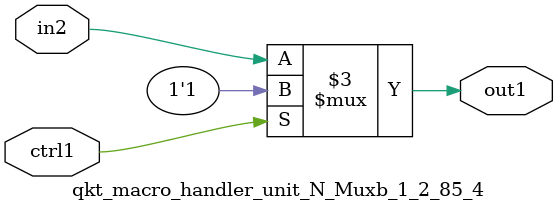
<source format=v>

`timescale 1ps / 1ps


module qkt_macro_handler_unit_N_Muxb_1_2_85_4( in2, ctrl1, out1 );

    input in2;
    input ctrl1;
    output out1;
    reg out1;

    
    // rtl_process:qkt_macro_handler_unit_N_Muxb_1_2_85_4/qkt_macro_handler_unit_N_Muxb_1_2_85_4_thread_1
    always @*
      begin : qkt_macro_handler_unit_N_Muxb_1_2_85_4_thread_1
        case (ctrl1) 
          1'b1: 
            begin
              out1 = 1'b1;
            end
          default: 
            begin
              out1 = in2;
            end
        endcase
      end

endmodule





</source>
